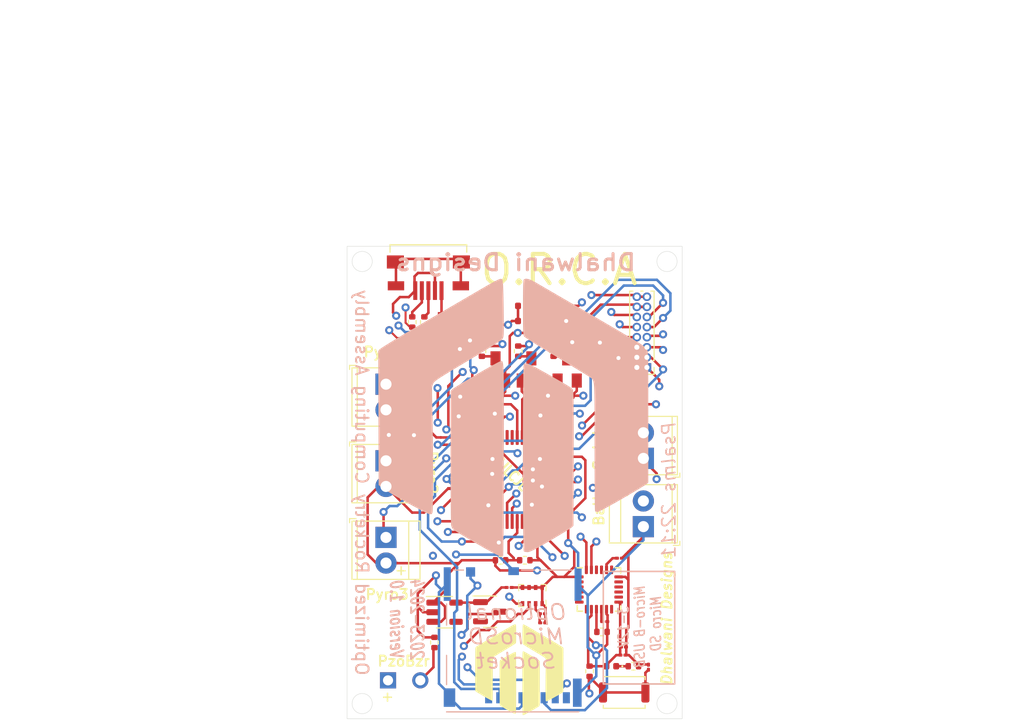
<source format=kicad_pcb>
(kicad_pcb (version 20221018) (generator pcbnew)
  (layers (0 "F.Cu" signal) (1 "In1.Cu" signal) (2 "In2.Cu" signal) (31 "B.Cu" signal) (34 "B.Paste" user) (35 "F.Paste" user) (36 "B.SilkS" user "B.Silkscreen") (37 "F.SilkS" user "F.Silkscreen") (38 "B.Mask" user) (39 "F.Mask" user) (44 "Edge.Cuts" user))
  (net 0 "")
  (net 1 "Net-(BluLED1-K)")
  (net 2 "3.3V")
  (net 3 "GND")
  (net 4 "Net-(U2-REGOUT)")
  (net 5 "Net-(U2-CPOUT)")
  (net 6 "Net-(Q1-D)")
  (net 7 "Net-(Pyro1-Pin_1)")
  (net 8 "Net-(Q2-D)")
  (net 9 "Net-(Pyro2-Pin_1)")
  (net 10 "Net-(Q3-D)")
  (net 11 "Net-(Pyro3-Pin_1)")
  (net 12 "3.3VOut")
  (net 14 "Net-(GrnLED1-K)")
  (net 15 "LED_BLU")
  (net 16 "Net-(RedLED1-K)")
  (net 17 "LED_RED")
  (net 19 "GPIO3")
  (net 20 "GPIO4")
  (net 23 "NRST")
  (net 24 "VDDA")
  (net 26 "GPIO1")
  (net 27 "GPIO2")
  (net 28 "SCK")
  (net 29 "MISO")
  (net 30 "MOSI")
  (net 31 "SD_CD")
  (net 32 "VBAT")
  (net 33 "BOOT1")
  (net 34 "SCL")
  (net 35 "SDA")
  (net 36 "RDYN")
  (net 37 "REQN")
  (net 39 "CS_Flash")
  (net 40 "BUZZ")
  (net 41 "UART_TX")
  (net 42 "UART_RX")
  (net 43 "USB_D-")
  (net 44 "USB_D+")
  (net 45 "SWDIO")
  (net 46 "SWCLK")
  (net 47 "CS_SD_Card")
  (net 48 "SW0")
  (net 49 "PY3")
  (net 50 "PY2")
  (net 51 "PY1")
  (net 52 "TVCX")
  (net 53 "BOOT0")
  (net 54 "TVCY")
  (net 55 "CHUTE")
  (net 56 "Net-(BZR1-+)")
  (net 57 "Net-(U2-AD0)")
  (net 72 "BATT+")
  (net 73 "VCC")
  (net 74 "Net-(U1-CSB)")
  (net 78 "Net-(D1-K)")
  (net 79 "Net-(USB1-ID)")
  (net 80 "Net-(USB1-D+)")
  (net 81 "unconnected-(USB1-SHIELD-PadSH1)")
  (footprint "Resistor_SMD:R_0402_1005Metric" (layer "F.Cu") (at 130.95 120.45 90)
    (fp_text reference "PZORES1" hide)
    (fp_text value "1Ω")
  )
  (footprint "Resistor_SMD:R_0402_1005Metric" (layer "F.Cu") (at 137.5 112.3)
    (fp_text reference "R5" hide)
    (fp_text value "4.2Ω")
  )
  (footprint "AO3400:SOT23" (layer "F.Cu") (at 137 93.4)
    (fp_text reference "Q1" hide)
    (fp_text value "AO3400A")
  )
  (footprint "MICROQTJ:SHOUHAN_MICROQTJ" (layer "F.Cu") (at 130.35 84.9025 180)
    (fp_text reference "USB1" hide)
    (fp_text value "MICROQTJ")
  )
  (footprint "LED_SMD:LED_0402_1005Metric" (layer "F.Cu") (at 139.715 87.1 180)
    (fp_text reference "BluLED1" hide)
    (fp_text value "LED2")
  )
  (footprint "Resistor_SMD:R_0402_1005Metric" (layer "F.Cu") (at 146.32 123.3 -90)
    (fp_text reference "R1" hide)
    (fp_text value "10kΩ\n")
  )
  (footprint "Capacitor_SMD:C_01005_0402Metric" (layer "F.Cu") (at 147.82 118.38)
    (fp_text reference "CAP2" hide)
    (fp_text value "0.1uF")
  )
  (footprint "Resistor_SMD:R_0402_1005Metric" (layer "F.Cu") (at 129.95 88.7 -90)
    (fp_text reference "R3" hide)
    (fp_text value "22Ω\n")
  )
  (footprint "TerminalBlock_TE-Connectivity:TerminalBlock_TE_282834-2_1x02_P2.54mm_Horizontal" (layer "F.Cu") (at 151.65 108.97 90)
    (fp_text reference "Battery1" hide)
    (fp_text value "Screw_Terminal_01x02")
  )
  (footprint "SOD3715X135N:SOD3715X135N" (layer "F.Cu") (at 131.65 90 -90)
    (fp_text reference "D1" hide)
    (fp_text value "B140HW-7")
  )
  (footprint "Button_Switch_SMD:SW_Push_SPST_NO_Alps_SKRK" (layer "F.Cu") (at 149.75 125.4)
    (fp_text reference "RSTSWTCH1" hide)
    (fp_text value "SW_MEC_5G")
  )
  (footprint "Resistor_SMD:R_0402_1005Metric" (layer "F.Cu") (at 147.55 119.4)
    (fp_text reference "RES1" hide)
    (fp_text value "4.7kΩ")
  )
  (footprint "Capacitor_SMD:C_01005_0402Metric" (layer "F.Cu") (at 149.625 121.7 180)
    (fp_text reference "CAP1" hide)
    (fp_text value "47uF")
  )
  (footprint "Resistor_SMD:R_0402_1005Metric" (layer "F.Cu") (at 142.75 91.59 90)
    (fp_text reference "CRNT-LMT-RS3" hide)
    (fp_text value "1Ω")
  )
  (footprint "Resistor_SMD:R_0402_1005Metric" (layer "F.Cu") (at 142.025 87.1)
    (fp_text reference "LEDRES2" hide)
    (fp_text value "27Ω")
  )
  (footprint "Resistor_SMD:R_0402_1005Metric" (layer "F.Cu") (at 139.9 112.3)
    (fp_text reference "R6" hide)
    (fp_text value "3Ω")
  )
  (footprint "TerminalBlock_TE-Connectivity:TerminalBlock_TE_282834-2_1x02_P2.54mm_Horizontal" (layer "F.Cu") (at 126.15 110.04 -90)
    (fp_text reference "Pyro3" hide)
    (fp_text value "Screw_Terminal_01x02")
  )
  (footprint "Capacitor_SMD:C_01005_0402Metric" (layer "F.Cu") (at 149.675 120.9 180)
    (fp_text reference "CAP9" hide)
    (fp_text value "47uF")
  )
  (footprint "LED_SMD:LED_0402_1005Metric" (layer "F.Cu") (at 139.715 88.6 180)
    (fp_text reference "RedLED1" hide)
    (fp_text value "LED3")
  )
  (footprint "Capacitor_SMD:C_01005_0402Metric" (layer "F.Cu") (at 141.65 117.6)
    (fp_text reference "CAP5" hide)
    (fp_text value "0.1uF")
  )
  (footprint "Package_LGA:Bosch_LGA-8_2x2.5mm_P0.65mm_ClockwisePinNumbering" (layer "F.Cu") (at 140.65 115.8 180)
    (fp_text reference "U1" hide)
    (fp_text value "BMP280")
  )
  (footprint "Resistor_SMD:R_0402_1005Metric" (layer "F.Cu") (at 139.25 91.59 90)
    (fp_text reference "CRNT-LMT-RS2" hide)
    (fp_text value "1Ω")
  )
  (footprint "Resistor_SMD:R_0402_1005Metric" (layer "F.Cu") (at 142.025 88.6)
    (fp_text reference "LEDRES3" hide)
    (fp_text value "27Ω")
  )
  (footprint "Resistor_SMD:R_0402_1005Metric" (layer "F.Cu") (at 140.54 96)
    (fp_text reference "PULL-DWN-RS2" hide)
    (fp_text value "470Ω")
  )
  (footprint "LED_SMD:LED_0402_1005Metric" (layer "F.Cu") (at 148.47 122.8 180)
    (fp_text reference "GrnLED1" hide)
    (fp_text value "LED1")
  )
  (footprint "Resistor_SMD:R_0402_1005Metric" (layer "F.Cu") (at 150.66 122.8)
    (fp_text reference "LEDRES1" hide)
    (fp_text value "51Ω")
  )
  (footprint "Resistor_SMD:R_0402_1005Metric" (layer "F.Cu") (at 128.75 88.7 -90)
    (fp_text reference "R2" hide)
    (fp_text value "22Ω\n")
  )
  (footprint "LOGO" (layer "F.Cu") (at 139.324887 123.474164)
    (fp_text reference "G***" hide)
    (fp_text value "LOGO" hide)
  )
  (footprint "AO3400:SOT23" (layer "F.Cu") (at 140.55 93.4)
    (fp_text reference "Q2" hide)
    (fp_text value "AO3400A")
  )
  (footprint "Capacitor_SMD:C_01005_0402Metric" (layer "F.Cu") (at 132.65 105.2)
    (fp_text reference "CAP6" hide)
    (fp_text value "10uF")
  )
  (footprint "AO3400:SOT23" (layer "F.Cu") (at 144.1 93.4)
    (fp_text reference "Q3" hide)
    (fp_text value "AO3400A")
  )
  (footprint "Capacitor_SMD:C_01005_0402Metric" (layer "F.Cu") (at 141.675 118.5)
    (fp_text reference "CAP4" hide)
    (fp_text value "0.1uF")
  )
  (footprint "Resistor_SMD:R_0402_1005Metric" (layer "F.Cu") (at 144.06 96)
    (fp_text reference "PULL-DWN-RS3" hide)
    (fp_text value "470Ω")
  )
  (footprint "Resistor_SMD:R_0402_1005Metric" (layer "F.Cu") (at 135.65 91.59 90)
    (fp_text reference "CRNT-LMT-RS1" hide)
    (fp_text value "1Ω")
  )
  (footprint "Sensor_Motion:InvenSense_QFN-24_4x4mm_P0.5mm" (layer "F.Cu") (at 147.25 115.2)
    (fp_text reference "U2" hide)
    (fp_text value "MPU-6050")
  )
  (footprint "Resistor_SMD:R_0402_1005Metric" (layer "F.Cu") (at 137.05 96)
    (fp_text reference "PULL-DWN-RS1" hide)
    (fp_text value "470Ω")
  )
  (footprint "Capacitor_SMD:C_01005_0402Metric" (layer "F.Cu") (at 152.15 122.9 90)
    (fp_text reference "RSTCAP1" hide)
    (fp_text value "0.1uF")
  )
  (footprint "Package_TO_SOT_SMD:SOT-23" (layer "F.Cu") (at 136.45 117.4)
    (fp_text reference "D2" hide)
    (fp_text value "BAT54C")
  )
  (footprint "Buzzer_Beeper:MagneticBuzzer_Kingstate_KCG0601" (layer "F.Cu") (at 126.35 124.2)
    (fp_text reference "BZR1" hide)
    (fp_text value "PiezoBuzzer" hide)
  )
  (footprint "TerminalBlock_TE-Connectivity:TerminalBlock_TE_282834-2_1x02_P2.54mm_Horizontal" (layer "F.Cu") (at 126.15 94.86 -90)
    (fp_text reference "Pyro1" hide)
    (fp_text value "Screw_Terminal_01x02")
  )
  (footprint "TerminalBlock_TE-Connectivity:TerminalBlock_TE_282834-2_1x02_P2.54mm_Horizontal" (layer "F.Cu") (at 151.65 102.21 90)
    (fp_text reference "Switch1" hide)
    (fp_text value "Screw_Terminal_01x02")
  )
  (footprint "TerminalBlock_TE-Connectivity:TerminalBlock_TE_282834-2_1x02_P2.54mm_Horizontal" (layer "F.Cu") (at 126.15 102.45 -90)
    (fp_text reference "Pyro2" hide)
    (fp_text value "Screw_Terminal_01x02")
  )
  (footprint "Package_TO_SOT_SMD:SOT-23-5" (layer "F.Cu") (at 131.95 117.45)
    (fp_text reference "U3" hide)
    (fp_text value "XC6210B332MR")
  )
  (footprint "Capacitor_SMD:C_01005_0402Metric" (layer "F.Cu") (at 138.35 115)
    (fp_text reference "CAP7" hide)
    (fp_text value "10uF")
  )
  (footprint "Connector_PinHeader_1.00mm:PinHeader_2x08_P1.00mm_Vertical" (layer "F.Cu") (at 152 93.2 180)
    (fp_text reference "J1" hide)
    (fp_text value "Pins_02x08_P1.27mm_TH")
  )
  (footprint "Package_QFP:LQFP-48_7x7mm_P0.5mm" (layer "F.Cu") (at 138.9 104.3)
    (fp_text reference "MICROCNTRL1" hide)
    (fp_text value "\nSTM32F103C8T6")
  )
  (footprint "Capacitor_SMD:C_01005_0402Metric" (layer "F.Cu") (at 149.275 112.1)
    (fp_text reference "CAP3" hide)
    (fp_text value "2.2e-2uF")
  )
  (footprint "Resistor_SMD:R_0402_1005Metric" (layer "F.Cu") (at 129.95 90.8 -90)
    (fp_text reference "R4" hide)
    (fp_text value "1.5kΩ\n")
  )
  (footprint "LOGO" (layer "B.Cu") (at 138.867498 99.16 180)
    (fp_text reference "G***" hide)
    (fp_text value "LOGO" hide)
  )
  (footprint "503398-1892:MOLEX_503398-1892" (layer "B.Cu") (at 138.7 120.3)
    (fp_text reference "MCRO1" hide)
    (fp_text value "Micro_SD_Card")
  )
  (gr_rect (start 147.68 113.41) (end 154.75 124.56) (stroke (width 0.1524)) (fill none) (layer "B.SilkS"))
  (gr_circle (center 153.99 82.7025) (end 153.99 83.7025) (stroke (width 0.0381)) (fill none) (layer "Edge.Cuts"))
  (gr_circle (center 123.79 82.7025) (end 124.79 82.7025) (stroke (width 0.0381)) (fill none) (layer "Edge.Cuts"))
  (gr_circle (center 123.79 126.5025) (end 124.79 126.5025) (stroke (width 0.0381)) (fill none) (layer "Edge.Cuts"))
  (gr_rect (start 122.29 81.2025) (end 155.49 128.0025) (stroke (width 0.0381)) (fill none) (layer "Edge.Cuts"))
  (gr_circle (center 153.99 126.5025) (end 153.99 125.5025) (stroke (width 0.0381)) (fill none) (layer "Edge.Cuts"))
  (gr_text "Psalms 22:11" (at 154.17 105.32 90) (layer "B.SilkS") (effects (font (size 1.3 1.3) (thickness 0.1625) italic) (justify mirror)))
  (gr_text "Optimized Rocketry Computing Assembly" (at 123.75 104.6 270) (layer "B.SilkS") (effects (font (size 1.24 1.24) (thickness 0.1905)) (justify mirror)))
  (gr_text "3-12V\nMicro-B USB\nMicro SD " (at 151.28 118.85 90) (layer "B.SilkS") (effects (font (size 1 0.8128) (thickness 0.153) bold italic) (justify mirror)))
  (gr_text "2023-2024\nVersion 1.0" (at 128.2 118.2 270) (layer "B.SilkS") (effects (font (size 1.25 0.9) (thickness 0.2) bold italic) (justify mirror)))
  (gr_text "Optional\nMicroSD\nSocket" (at 139.1 119.86) (layer "B.SilkS") (effects (font (size 1.5 1.6) (thickness 0.1875) italic) (justify mirror)))
  (gr_text "Dhalwani Designs" (at 139 82.8) (layer "B.SilkS") (effects (font (size 1.6 1.8) (thickness 0.3048) bold) (justify mirror)))
  (gr_text "+" (at 150.06 105.43) (layer "F.SilkS") (effects (font (size 1 1) (thickness 0.153))))
  (gr_text "O.R.C.A" (at 143.32 83.53) (layer "F.SilkS") (effects (font (size 2.9 2.9) (thickness 0.4))))
  (gr_text "Pyro3" (at 126.26 115.69) (layer "F.SilkS") (effects (font (size 1 1) (thickness 0.1905))))
  (gr_text "Batt" (at 147.24 107.35 90) (layer "F.SilkS") (effects (font (size 1 1) (thickness 0.1905))))
  (gr_text "PzoBzr" (at 127.9 122.3) (layer "F.SilkS") (effects (font (size 1 1) (thickness 0.1905))))
  (gr_text "Pyro1" (at 126.07 91.67) (layer "F.SilkS") (effects (font (size 1 1) (thickness 0.1905))))
  (gr_text "+" (at 127.65 113.27) (layer "F.SilkS") (effects (font (size 1 1) (thickness 0.153))))
  (gr_text "Pyro2" (at 130.71 103.61 -90) (layer "F.SilkS") (effects (font (size 1 1) (thickness 0.1905))))
  (gr_text "+" (at 150.08 98.65) (layer "F.SilkS") (effects (font (size 1 1) (thickness 0.153))))
  (gr_text "+" (at 127.63 105.79) (layer "F.SilkS") (effects (font (size 1 1) (thickness 0.153))))
  (gr_text "Dhalwani Designs" (at 153.97 118.07 90) (layer "F.SilkS") (effects (font (size 1 1) (thickness 0.2) bold italic)))
  (gr_text "Swtch" (at 147.21 101.19 90) (layer "F.SilkS") (effects (font (size 1 1) (thickness 0.1905))))
  (gr_text "JLCJLCJLCJLC" (at 135.6 101.6 315) (layer "F.SilkS") (effects (font (size 1 0.8128) (thickness 0.2032) bold) (justify left bottom)))
  (gr_text "+" (at 127.59 98.14) (layer "F.SilkS") (effects (font (size 1 1) (thickness 0.153))))
  (segment (start 140.2 87.1) (end 141.515 87.1) (width 0.25) (layer "F.Cu") (net 1))
  (segment (start 137.1575 117.63) (end 137.3875 117.4) (width 0.25) (layer "F.Cu") (net 2))
  (segment (start 137.549 101.549) (end 139.8 103.8) (width 0.25) (layer "F.Cu") (net 2))
  (segment (start 138.6255 88.6) (end 139.23 88.6) (width 0.25) (layer "F.Cu") (net 2))
  (segment (start 135.91 101.549) (end 134.7385 101.549) (width 0.25) (layer "F.Cu") (net 2))
  (segment (start 147.985 122.8) (end 146.33 122.8) (width 0.25) (layer "F.Cu") (net 2))
  (segment (start 147.985 122.675) (end 148.96 121.7) (width 0.25) (layer "F.Cu") (net 2))
  (segment (start 151 86.2) (end 152 86.2) (width 0.25) (layer "F.Cu") (net 2))
  (segment (start 135.91 101.549) (end 137.549 101.549) (width 0.25) (layer "F.Cu") (net 2))
  (segment (start 134.23 119.1045) (end 134.23 117.74) (width 0.25) (layer "F.Cu") (net 2))
  (segment (start 143.8555 111.87) (end 141.65 109.6645) (width 0.25) (layer "F.Cu") (net 2))
  (segment (start 139.23 87.1) (end 139.23 88.6) (width 0.25) (layer "F.Cu") (net 2))
  (segment (start 148.96 121.7) (end 149.35 121.7) (width 0.25) (layer "F.Cu") (net 2))
  (segment (start 146.5 117.78) (end 146.5 117.15) (width 0.25) (layer "F.Cu") (net 2))
  (segment (start 135.41 89.61) (end 132.09 89.61) (width 0.25) (layer "F.Cu") (net 2))
  (segment (start 146.18 122.65) (end 146.18 119.96) (width 0.25) (layer "F.Cu") (net 2))
  (segment (start 131.135 100.135) (end 129.95 98.95) (width 0.25) (layer "F.Cu") (net 2))
  (segment (start 138.25 88.9755) (end 138.6255 88.6) (width 0.25) (layer "F.Cu") (net 2))
  (segment (start 146.5 86.03) (end 150.83 86.03) (width 0.25) (layer "F.Cu") (net 2))
  (segment (start 131.9 89.8) (end 130.39 91.31) (width 0.25) (layer "F.Cu") (net 2))
  (segment (start 141.65 109.6645) (end 141.65 108.4625) (width 0.25) (layer "F.Cu") (net 2))
  (segment (start 134.34 117.63) (end 137.1575 117.63) (width 0.25) (layer "F.Cu") (net 2))
  (segment (start 138.25 88.9755) (end 136.0445 88.9755) (width 0.25) (layer "F.Cu") (net 2))
  (segment (start 146.95 120.72) (end 146.19 119.96) (width 0.25) (layer "F.Cu") (net 2))
  (segment (start 141.65 106.54) (end 139.8 104.69) (width 0.25) (layer "F.Cu") (net 2))
  (segment (start 149.35 116.6) (end 149.35 121.609315) (width 0.25) (layer "F.Cu") (net 2))
  (segment (start 133.6345 119.7) (end 134.23 119.1045) (width 0.25) (layer "F.Cu") (net 2))
  (segment (start 133.94 100.1375) (end 131.578305 100.1375) (width 0.25) (layer "F.Cu") (net 2))
  (segment (start 139.8 102.75) (end 141 101.55) (width 0.25) (layer "F.Cu") (net 2))
  (segment (start 139.8 103.8) (end 139.8 102.75) (width 0.25) (layer "F.Cu") (net 2))
  (segment (start 131.578305 100.1375) (end 131.575805 100.135) (width 0.25) (layer "F.Cu") (net 2))
  (segment (start 146.18 118.1) (end 146.5 117.78) (width 0.25) (layer "F.Cu") (net 2))
  (segment (start 131.65 91.68) (end 131.65 90.05) (width 0.25) (layer "F.Cu") (net 2))
  (segment (start 132.09 89.61) (end 131.9 89.8) (width 0.25) (layer "F.Cu") (net 2))
  (segment (start 131.575805 100.135) (end 131.135 100.135) (width 0.25) (layer "F.Cu") (net 2))
  (segment (start 136.0445 88.9755) (end 135.41 89.61) (width 0.25) (layer "F.Cu") (net 2))
  (segment (start 146.33 122.8) (end 146.18 122.65) (width 0.25) (layer "F.Cu") (net 2))
  (segment (start 131.65 90.05) (end 131.9 89.8) (width 0.25) (layer "F.Cu") (net 2))
  (segment (start 149.2 116.45) (end 149.35 116.6) (width 0.25) (layer "F.Cu") (net 2))
  (segment (start 141.65 108.4625) (end 141.65 106.54) (width 0.25) (layer "F.Cu") (net 2))
  (segment (start 136.15 100.138) (end 135.792 100.138) (width 0.25) (layer "F.Cu") (net 2))
  (segment (start 134.4985 100.1375) (end 135.91 101.549) (width 0.25) (layer "F.Cu") (net 2))
  (segment (start 143.062 101.55) (end 141 101.55) (width 0.25) (layer "F.Cu") (net 2))
  (segment (start 146.18 119.96) (end 146.18 118.1) (width 0.25) (layer "F.Cu") (net 2))
  (segment (start 136.15 100.1375) (end 133.94 100.1375) (width 0.25) (layer "F.Cu") (net 2))
  (segment (start 130.39 91.31) (end 129.95 91.31) (width 0.25) (layer "F.Cu") (net 2))
  (segment (start 146.19 119.96) (end 146.18 119.96) (width 0.25) (layer "F.Cu") (net 2))
  (segment (start 147.985 122.8) (end 147.985 122.675) (width 0.25) (layer "F.Cu") (net 2))
  (segment (start 139.8 104.69) (end 139.8 103.8) (width 0.25) (layer "F.Cu") (net 2))
  (segment (start 134.23 117.74) (end 134.34 117.63) (width 0.25) (layer "F.Cu") (net 2))
  (segment (start 150.83 86.03) (end 151 86.2) (width 0.25) (layer "F.Cu") (net 2))
  (segment (start 134.7385 101.549) (end 134.7375 101.55) (width 0.25) (layer "F.Cu") (net 2))
  (segment (start 129.95 98.95) (end 129.95 91.31) (width 0.25) (layer "F.Cu") (net 2))
  (via (at 133.6345 119.7) (size 0.8) (drill 0.4) (layers "F.Cu" "B.Cu") (net 2))
  (via (at 135.212299 114.812299) (size 0.8) (drill 0.4) (layers "F.Cu" "B.Cu") (net 2))
  (via (at 143.8555 111.87) (size 0.8) (drill 0.4) (layers "F.Cu" "B.Cu") (net 2))
  (via (at 146.95 120.72) (size 0.8) (drill 0.4) (layers "F.Cu" "B.Cu") (net 2))
  (via (at 138.25 88.9755) (size 0.8) (drill 0.4) (layers "F.Cu" "B.Cu") (net 2))
  (via (at 146.5 86.03) (size 0.8) (drill 0.4) (layers "F.Cu" "B.Cu") (net 2))
  (segment (start 148.04 124.965) (end 148.04 121.26) (width 0.25) (layer "B.Cu") (net 2))
  (segment (start 142.02 126.68) (end 142.03 126.68) (width 0.25) (layer "B.Cu") (net 2))
  (segment (start 134.2 115.824598) (end 135.212299 114.812299) (width 0.25) (layer "B.Cu") (net 2))
  (segment (start 141.82 125.925) (end 141.82 126.48) (width 0.25) (layer "B.Cu") (net 2))
  (segment (start 134.53 113.46) (end 134.53 114.13) (width 0.25) (layer "B.Cu") (net 2))
  (segment (start 134.53 114.13) (end 135.212299 114.812299) (width 0.25) (layer "B.Cu") (net 2))
  (segment (start 141.82 126.48) (end 142.02 126.68) (width 0.25) (layer "B.Cu") (net 2))
  (segment (start 142.03 126.68) (end 142.5 127.15) (width 0.25) (layer "B.Cu") (net 2))
  (segment (start 148.04 121.26) (end 147.5 120.72) (width 0.25) (layer "B.Cu") (net 2))
  (segment (start 134.2 119.1345) (end 134.2 115.824598) (width 0.25) (layer "B.Cu") (net 2))
  (segment (start 133.6345 119.7) (end 134.2 119.1345) (width 0.25) (layer "B.Cu") (net 2))
  (segment (start 147.5 120.72) (end 146.95 120.72) (width 0.25) (layer "B.Cu") (net 2))
  (segment (start 145.855 127.15) (end 148.04 124.965) (width 0.25) (layer "B.Cu") (net 2))
  (segment (start 142.5 127.15) (end 145.855 127.15) (width 0.25) (layer "B.Cu") (net 2))
  (segment (start 135.540685 105.05) (end 134.7375 105.05) (width 0.25) (layer "F.Cu") (net 3))
  (segment (start 141.15 112.01) (end 141.15 108.4625) (width 0.25) (layer "F.Cu") (net 3))
  (segment (start 145.55 102.05) (end 143.0625 102.05) (width 0.25) (layer "F.Cu") (net 3))
  (segment (start 142.675 113.95) (end 141.625 115) (width 0.25) (layer "F.Cu") (net 3))
  (segment (start 150.16 111.48) (end 150.1525 111.4725) (width 0.25) (layer "F.Cu") (net 3))
  (segment (start 151.65 108.97) (end 151.65 109.975) (width 0.25) (layer "F.Cu") (net 3))
  (segment (start 128.979 85.6585) (end 128.979 84.181) (width 0.25) (layer "F.Cu") (net 3))
  (segment (start 145.9 106.15) (end 145.9 102.4) (width 0.25) (layer "F.Cu") (net 3))
  (segment (start 149.87 113.95) (end 150.16 114.24) (width 0.25) (layer "F.Cu") (net 3))
  (segment (start 138.4255 98.07498) (end 137.909335 98.07498) (width 0.25) (layer "F.Cu") (net 3))
  (segment (start 136.67 103.75) (end 136.67 103.92) (width 0.25) (layer "F.Cu") (net 3))
  (segment (start 137.95 93.52) (end 138.4105 93.0595) (width 0.25) (layer "F.Cu") (net 3))
  (segment (start 133.63 105.05) (end 133.48 105.2) (width 0.25) (layer "F.Cu") (net 3))
  (segment (start 151.65 109.975) (end 149.9125 111.7125) (width 0.25) (layer "F.Cu") (net 3))
  (segment (start 137.56 96) (end 138.95 96) (width 0.25) (layer "F.Cu") (net 3))
  (segment (start 145.9 102.4) (end 145.55 102.05) (width 0.25) (layer "F.Cu") (net 3))
  (segment (start 151 87.2) (end 152 87.2) (width 0.25) (layer "F.Cu") (net 3))
  (segment (start 151.345 122.625) (end 152.15 122.625) (width 0.25) (layer "F.Cu") (net 3))
  (segment (start 137.95 95.61) (end 137.95 94.5) (width 0.25) (layer "F.Cu") (net 3))
  (segment (start 130.76 83.84) (end 131 84.08) (width 0.25) (layer "F.Cu") (net 3))
  (segment (start 151.17 122.66) (end 150.21 121.7) (width 0.25) (layer "F.Cu") (net 3))
  (segment (start 137.909335 98.07498) (end 136.65 99.334315) (width 0.25) (layer "F.Cu") (net 3))
  (segment (start 144.57 96) (end 145.05 95.52) (width 0.25) (layer "F.Cu") (net 3))
  (segment (start 144.62 89.78) (end 147.4205 86.9795) (width 0.25) (layer "F.Cu") (net 3))
  (segment (start 142.2 96) (end 141.05 96) (width 0.25) (layer "F.Cu") (net 3))
  (segment (start 143.11 113.95) (end 141.46 112.3) (width 0.25) (layer "F.Cu") (net 3))
  (segment (start 135.980685 104.609315) (end 135.980685 104.61) (width 0.25) (layer "F.Cu") (net 3))
  (segment (start 148.06 120.639318) (end 148.06 119.4) (width 0.25) (layer "F.Cu") (net 3))
  (segment (start 144.2 107.85) (end 145.9 106.15) (width 0.25) (layer "F.Cu") (net 3))
  (segment (start 149.95 119.2) (end 150.16 118.99) (width 0.25) (layer "F.Cu") (net 3))
  (segment (start 133.48 105.2) (end 132.925 105.2) (width 0.25) (layer "F.Cu") (net 3))
  (segment (start 143.0625 102.05) (end 141.6245 102.05) (width 0.25) (layer "F.Cu") (net 3))
  (segment (start 130.8125 117.45) (end 129.82 117.45) (width 0.25) (layer "F.Cu") (net 3))
  (segment (start 134.7375 105.05) (end 133.63 105.05) (width 0.25) (layer "F.Cu") (net 3))
  (segment (start 137.95 94.5) (end 137.95 93.52) (width 0.25) (layer "F.Cu") (net 3))
  (segment (start 140.975 115) (end 140.325 115) (width 0.25) (layer "F.Cu") (net 3))
  (segment (start 136.65 99.334315) (end 136.65 100.1375) (width 0.25) (layer "F.Cu") (net 3))
  (segment (start 137.56 96) (end 137.95 95.61) (width 0.25) (layer "F.Cu") (net 3))
  (segment (start 126.85 86.91) (end 127.53 86.23) (width 0.25) (layer "F.Cu") (net 3))
  (segment (start 129.3 116.93) (end 129.3 116.4) (width 0.25) (layer "F.Cu") (net 3))
  (segment (start 127.53 86.23) (end 128.4075 86.23) (width 0.25) (layer "F.Cu") (net 3))
  (segment (start 141.95 116.925) (end 141.95 118.5) (width 0.25) (layer "F.Cu") (net 3))
  (segment (start 144.8 111.2) (end 144.8 112.95) (width 0.25) (layer "F.Cu") (net 3))
  (segment (start 141.625 116.6) (end 141.95 116.925) (width 0.25) (layer "F.Cu") (net 3))
  (segment (start 138.4105 93.0595) (end 138.4105 90.0995) (width 0.25) (layer "F.Cu") (net 3))
  (segment (start 126.85 87.77) (end 126.85 86.91) (width 0.25) (layer "F.Cu") (net 3))
  (segment (start 148 117.640685) (end 148 117.15) (width 0.25) (layer "F.Cu") (net 3))
  (segment (start 127.16 88.08) (end 126.85 87.77) (width 0.25) (layer "F.Cu") (net 3))
  (segment (start 140.325 115) (end 139.675 115) (width 0.25) (layer "F.Cu") (net 3))
  (segment (start 139.2 89.78) (end 144.62 89.78) (width 0.25) (layer "F.Cu") (net 3))
  (segment (start 150.21 121.7) (end 149.9 121.7) (width 0.25) (layer "F.Cu") (net 3))
  (segment (start 150.7795 86.9795) (end 151 87.2) (width 0.25) (layer "F.Cu") (net 3))
  (segment (start 129.94 119.94) (end 129.3 119.3) (width 0.25) (layer "F.Cu") (net 3))
  (segment (start 129.3 115.6) (end 131.1 113.8) (width 0.25) (layer "F.Cu") (net 3))
  (segment (start 141.625 116.6) (end 141.625 115) (width 0.25) (layer "F.Cu") (net 3))
  (segment (start 150.16 118.99) (end 150.16 111.48) (width 0.25) (layer "F.Cu") (net 3))
  (segment (start 151.17 122.8) (end 151.345 122.625) (width 0.25) (layer "F.Cu") (net 3))
  (segment (start 129.82 117.45) (end 129.3 116.93) (width 0.25) (layer "F.Cu") (net 3))
  (segment (start 135.980685 104.61) (end 135.540685 105.05) (width 0.25) (layer "F.Cu") (net 3))
  (segment (start 128.979 84.181) (end 129.32 83.84) (width 0.25) (layer "F.Cu") (net 3))
  (segment (start 138.73 89.78) (end 139.2 89.78) (width 0.25) (layer "F.Cu") (net 3))
  (segment (start 143.8 113.95) (end 142.675 113.95) (width 0.25) (layer "F.Cu") (net 3))
  (segment (start 145.05 95.52) (end 145.05 94.5) (width 0.25) (layer "F.Cu") (net 3))
  (segment (start 148.1 117.740685) (end 148 117.640685) (width 0.25) (layer "F.Cu") (net 3))
  (segment (start 152 87.2) (end 151 87.2) (width 0.25) (layer "F.Cu") (net 3))
  (segment (start 148.1 119.36) (end 148.1 117.740685) (width 0.25) (layer "F.Cu") (net 3))
  (segment (start 141.05 96) (end 141.5 95.55) (width 0.25) (layer "F.Cu") (net 3))
  (segment (start 138.4105 90.0995) (end 138.73 89.78) (width 0.25) (layer "F.Cu") (net 3))
  (segment (start 149.9125 111.7125) (end 149.55 112.075) (width 0.25) (layer "F.Cu") (net 3))
  (segment (start 144.2 110.6) (end 144.2 107.85) (width 0.25) (layer "F.Cu") (net 3))
  (segment (start 144.57 96) (end 145.7 96) (width 0.25) (layer "F.Cu") (net 3))
  (segment (start 147.4205 86.9795) (end 150.7795 86.9795) (width 0.25) (layer "F.Cu") (net 3))
  (segment (start 130.95 119.94) (end 129.94 119.94) (width 0.25) (layer "F.Cu") (net 3))
  (segment (start 129.32 83.84) (end 130.76 83.84) (width 0.25) (layer "F.Cu") (net 3))
  (segment (start 141.46 112.3) (end 140.41 112.3) (width 0.25) (layer "F.Cu") (net 3))
  (segment (start 129.3 119.3) (end 129.3 116.9) (width 0.25) (layer "F.Cu") (net 3))
  (segment (start 149.2 113.95) (end 149.87 113.95) (width 0.25) (layer "F.Cu") (net 3))
  (segment (start 128.4075 86.23) (end 129.05 85.5875) (width 0.25) (layer "F.Cu") (net 3))
  (segment (start 141.46 112.3) (end 141.46 112.32) (width 0.25) (layer "F.Cu") (net 3))
  (segment (start 145.3 113.95) (end 143.8 113.95) (width 0.25) (layer "F.Cu") (net 3))
  (segment (start 146.980274 121.719044) (end 148.06 120.639318) (width 0.25) (layer "F.Cu") (net 3))
  (segment (start 141.46 112.32) (end 141.15 112.01) (width 0.25) (layer "F.Cu") (net 3))
  (segment (start 144.8 112.95) (end 143.8 113.95) (width 0.25) (layer "F.Cu") (net 3))
  (segment (start 141.6245 102.05) (end 141.4 102.2745) (width 0.25) (layer "F.Cu") (net 3))
  (segment (start 141.5 95.55) (end 141.5 94.5) (width 0.25) (layer "F.Cu") (net 3))
  (segment (start 141.625 115) (end 140.975 115) (width 0.25) (layer "F.Cu") (net 3))
  (segment (start 139.675 115) (end 138.625 115) (width 0.25) (layer "F.Cu") (net 3))
  (segment (start 136.67 103.92) (end 135.980685 104.609315) (width 0.25) (layer "F.Cu") (net 3))
  (segment (start 149.95 121.58) (end 149.95 119.2) (width 0.25) (layer "F.Cu") (net 3))
  (segment (start 151.17 122.8) (end 151.17 122.66) (width 0.25) (layer "F.Cu") (net 3))
  (segment (start 131 84.08) (end 131 85.5875) (width 0.25) (layer "F.Cu") (net 3))
  (segment (start 129.3 116.9) (end 129.3 115.6) (width 0.25) (layer "F.Cu") (net 3))
  (segment (start 144.2 110.6) (end 144.8 111.2) (width 0.25) (layer "F.Cu") (net 3))
  (via (at 139.2 89.78) (size 0.8) (drill 0.4) (layers "F.Cu" "B.Cu") (net 3))
  (via (at 144.2 110.6) (size 0.8) (drill 0.4) (layers "F.Cu" "B.Cu") (net 3))
  (via (at 127.16 88.08) (size 0.8) (drill 0.4) (layers "F.Cu" "B.Cu") (net 3))
  (via (at 131.1 113.8) (size 0.8) (drill 0.4) (layers "F.Cu" "B.Cu") (net 3))
  (via (at 141.4 102.2745) (size 0.8) (drill 0.4) (layers "F.Cu" "B.Cu") (net 3))
  (via (at 142.2 96) (size 0.8) (drill 0.4) (layers "F.Cu" "B.Cu") (net 3))
  (via (at 138.4255 98.07498) (size 0.8) (drill 0.4) (layers "F.Cu" "B.Cu") (net 3))
  (via (at 146.980274 121.719044) (size 0.8) (drill 0.4) (layers "F.Cu" "B.Cu") (net 3))
  (via (at 136.67 103.75) (size 0.8) (drill 0.4) (layers "F.Cu" "B.Cu") (net 3))
  (via (at 138.95 96) (size 0.8) (drill 0.4) (layers "F.Cu" "B.Cu") (net 3))
  (via (at 145.7 96) (size 0.8) (drill 0.4) (layers "F.Cu" "B.Cu") (net 3))
  (segment (start 131.66 115.22) (end 131.1 114.66) (width 0.25) (layer "B.Cu") (net 3))
  (segment (start 139.62 126.72) (end 139.34 127) (width 0.25) (layer "B.Cu") (net 3))
  (segment (start 146.24 115.72) (end 151.65 110.31) (width 0.25) (layer "B.Cu") (net 3))
  (segment (start 146.13 115.83) (end 146.24 115.72) (width 0.25) (layer "B.Cu") (net 3))
  (segment (start 146.923739 121.719044) (end 146.13 120.925305) (width 0.25) (layer "B.Cu") (net 3))
  (segment (start 146.980274 123.794421) (end 146.980274 121.719044) (width 0.25) (layer "B.Cu") (net 3))
  (segment (start 131.1 114.66) (end 131.1 113.8) (width 0.25) (layer "B.Cu") (net 3))
  (segment (start 144.2 110.6) (end 145.18 111.58) (width 0.25) (layer "B.Cu") (net 3))
  (segment (start 131.4 124.525) (end 131.4 115.48) (width 0.25) (layer "B.Cu") (net 3))
  (segment (start 145.18 111.58) (end 145.18 114.66) (width 0.25) (layer "B.Cu") (net 3))
  (segment (start 146.13 120.925305) (end 146.13 115.83) (width 0.25) (layer "B.Cu") (net 3))
  (segment (start 139.34 127) (end 133.53 127) (width 0.25) (layer "B.Cu") (net 3))
  (segment (start 133.53 127) (end 132.44 125.91) (width 0.25) (layer "B.Cu") (net 3))
  (segment (start 145.274695 125.5) (end 146.980274 123.794421) (width 0.25) (layer "B.Cu") (net 3))
  (segment (start 127.16 88.08) (end 127.255 87.985) (width 0.25) (layer "B.Cu") (net 3))
  (segment (start 151.65 110.31) (end 151.65 108.97) (width 0.25) (layer "B.Cu") (net 3))
  (segment (start 131.4 115.48) (end 131.66 115.22) (width 0.25) (layer "B.Cu") (net 3))
  (segment (start 145.18 114.79) (end 145.18 114.66) (width 0.25) (layer "B.Cu") (net 3))
  (segment (start 131.1 113.8) (end 131.36 113.8) (width 0.25) (layer "B.Cu") (net 3))
  (segment (start 131.66 115.22) (end 132.22 114.66) (width 0.25) (layer "B.Cu") (net 3))
  (segment (start 146.24 115.72) (end 146.11 115.72) (width 0.25) (layer "B.Cu") (net 3))
  (segment (start 132.44 125.565) (end 131.4 124.525) (width 0.25) (layer "B.Cu") (net 3))
  (segment (start 139.62 125.925) (end 139.62 126.72) (width 0.25) (layer "B.Cu") (net 3))
  (segment (start 146.11 115.72) (end 145.18 114.79) (width 0.25) (layer "B.Cu") (net 3))
  (segment (start 132.44 125.91) (end 132.44 125.565) (width 0.25) (layer "B.Cu") (net 3))
  (segment (start 147.49 118.325) (end 147.5 118.335) (width 0.25) (layer "F.Cu") (net 4))
  (segment (start 147.5 117.15) (end 147.49 117.16) (width 0.25) (layer "F.Cu") (net 4))
  (segment (start 147.49 117.16) (end 147.49 118.325) (width 0.25) (layer "F.Cu") (net 4))
  (segment (start 148 112.7) (end 148.6 112.1) (width 0.25) (layer "F.Cu") (net 5))
  (segment (start 148.6 112.1) (end 149 112.1) (width 0.25) (layer "F.Cu") (net 5))
  (segment (start 148 113.25) (end 148 112.7) (width 0.25) (layer "F.Cu") (net 5))
  (segment (start 136.8 92.1) (end 137 92.3) (width 0.25) (layer "F.Cu") (net 6))
  (segment (start 135.65 92.1) (end 136.8 92.1) (width 0.25) (layer "F.Cu") (net 6))
  (segment (start 127.3905 89.052559) (end 127.107254 89.052559) (width 0.25) (layer "F.Cu") (net 7))
  (segment (start 137.6855 90.89) (end 137.4955 91.08) (width 0.25) (layer "F.Cu") (net 7))
  (segment (start 137.4955 91.08) (end 135.65 91.08) (width 0.25) (layer "F.Cu") (net 7))
  (via (at 137.6855 90.89) (size 0.8) (drill 0.4) (layers "F.Cu" "B.Cu") (net 7))
  (via (at 127.3905 89.052559) (size 0.8) (drill 0.4) (layers "F.Cu" "B.Cu") (net 7))
  (segment (start 137.6855 90.89) (end 136.4955 89.7) (width 0.25) (layer "B.Cu") (net 7))
  (segment (start 136.4955 89.7) (end 128.037941 89.7) (width 0.25) (layer "B.Cu") (net 7))
  (segment (start 128.037941 89.7) (end 127.3905 89.052559) (width 0.25) (layer "B.Cu") (net 7))
  (segment (start 140.35 92.1) (end 140.55 92.3) (width 0.25) (layer "F.Cu") (net 8))
  (segment (start 139.25 92.1) (end 140.35 92.1) (width 0.25) (layer "F.Cu") (net 8))
  (segment (start 140.14 91.08) (end 139.25 91.08) (width 0.25) (layer "F.Cu") (net 9))
  (segment (start 140.32 90.9) (end 140.14 91.08) (width 0.25) (layer "F.Cu") (net 9))
  (segment (start 126.43 99.89) (end 126.43 102.17) (width 0.25) (layer "F.Cu") (net 9))
  (via (at 126.43 99.89) (size 0.8) (drill 0.4) (layers "F.Cu" "B.Cu") (net 9))
  (via (at 140.32 90.9) (size 0.8) (drill 0.4) (layers "F.Cu" "B.Cu") (net 9))
  (segment (start 130.03 100.45) (end 129.48 101) (width 0.25) (layer "B.Cu") (net 9))
  (segment (start 134.249695 94.325) (end 130.03 98.544695) (width 0.25) (layer "B.Cu") (net 9))
  (segment (start 140.32 90.9) (end 140.32 91.08) (width 0.25) (layer "B.Cu") (net 9))
  (segment (start 130.03 98.544695) (end 130.03 100.45) (width 0.25) (layer "B.Cu") (net 9))
  (segment (start 137.075 94.325) (end 134.249695 94.325) (width 0.25) (layer "B.Cu") (net 9))
  (segment (start 127.54 101) (end 126.43 99.89) (width 0.25) (layer "B.Cu") (net 9))
  (segment (start 129.48 101) (end 127.54 101) (width 0.25) (layer "B.Cu") (net 9))
  (segment (start 140.32 91.08) (end 137.075 94.325) (width 0.25) (layer "B.Cu") (net 9))
  (segment (start 142.75 92.1) (end 143.9 92.1) (width 0.25) (layer "F.Cu") (net 10))
  (segment (start 143.9 92.1) (end 144.1 92.3) (width 0.25) (layer "F.Cu") (net 10))
  (segment (start 125.91 107.52) (end 125.91 109.8) (width 0.25) (layer "F.Cu") (net 11))
  (segment (start 125.91 109.8) (end 126.15 110.04) (width 0.25) (layer "F.Cu") (net 11))
  (segment (start 144.22 91.08) (end 142.75 91.08) (width 0.25) (layer "F.Cu") (net 11))
  (segment (start 144.6 90.7) (end 144.22 91.08) (width 0.25) (layer "F.Cu") (net 11))
  (via (at 144.6 90.7) (size 0.8) (drill 0.4) (layers "F.Cu" "B.Cu") (net 11))
  (via (at 125.91 107.52) (size 0.8) (drill 0.4) (layers "F.Cu" "B.Cu") (net 11))
  (segment (start 128.69 105.51) (end 127.27 106.93) (width 0.25) (layer "B.Cu") (net 11))
  (segment (start 142.55 90.75) (end 128.69 104.61) (width 0.25) (layer "B.Cu") (net 11))
  (segment (start 144.55 90.75) (end 142.55 90.75) (width 0.25) (layer "B.Cu") (net 11))
  (segment (start 128.69 104.61) (end 128.69 105.51) (width 0.25) (layer "B.Cu") (net 11))
  (segment (start 144.6 90.7) (end 144.55 90.75) (width 0.25) (layer "B.Cu") (net 11))
  (segment (start 127.27 106.93) (end 126.5 106.93) (width 0.25) (layer "B.Cu") (net 11))
  (segment (start 126.5 106.93) (end 125.91 107.52) (width 0.25) (layer "B.Cu") (net 11))
  (segment (start 133.088 116.5) (end 136.09 116.5) (width 0.25) (layer "F.Cu") (net 12))
  (segment (start 137.59 115) (end 138.075 115) (width 0.25) (layer "F.Cu") (net 12))
  (segment (start 136.09 116.5) (end 137.59 115) (width 0.25) (layer "F.Cu") (net 12))
  (segment (start 148.955 122.8) (end 150.15 122.8) (width 0.25) (layer "F.Cu") (net 14))
  (segment (start 131.24 108.44) (end 133.3475 108.44) (width 0.25) (layer "F.Cu") (net 15))
  (segment (start 134.7 93.61) (end 134.7 96.705) (width 0.25) (layer "F.Cu") (net 15))
  (segment (start 133.3475 108.44) (end 134.7375 107.05) (width 0.25) (layer "F.Cu") (net 15))
  (segment (start 142.535 87.1) (end 145.21 87.1) (width 0.25) (layer "F.Cu") (net 15))
  (segment (start 145.21 87.1) (end 145.56 86.75) (width 0.25) (layer "F.Cu") (net 15))
  (segment (start 133.360378 98.044622) (end 133.355378 98.044622) (width 0.25) (layer "F.Cu") (net 15))
  (segment (start 134.7 96.705) (end 133.360378 98.044622) (width 0.25) (layer "F.Cu") (net 15))
  (segment (start 134.842701 93.467299) (end 134.7 93.61) (width 0.25) (layer "F.Cu") (net 15))
  (via (at 133.355378 98.044622) (size 0.8) (drill 0.4) (layers "F.Cu" "B.Cu") (net 15))
  (via (at 134.47 90.5245) (size 0.8) (drill 0.4) (layers "F.Cu" "B.Cu") (net 15))
  (via (at 134.842701 93.467299) (size 0.8) (drill 0.4) (layers "F.Cu" "B.Cu") (net 15))
  (via (at 145.56 86.75) (size 0.8) (drill 0.4) (layers "F.Cu" "B.Cu") (net 15))
  (via (at 131.24 108.44) (size 0.8) (drill 0.4) (layers "F.Cu" "B.Cu") (net 15))
  (segment (start 134.842701 93.467299) (end 134.5 93.124598) (width 0.25) (layer "B.Cu") (net 15))
  (segment (start 134.5 90.5545) (end 134.47 90.5245) (width 0.25) (layer "B.Cu") (net 15))
  (segment (start 134.5 93.124598) (end 134.5 90.5545) (width 0.25) (layer "B.Cu") (net 15))
  (segment (start 140.2 88.6) (end 141.515 88.6) (width 0.25) (layer "F.Cu") (net 16))
  (segment (start 131.6 107.34) (end 131.6 107.29) (width 0.25) (layer "F.Cu") (net 17))
  (segment (start 132.33 99.145402) (end 132.126201 99.349201) (width 0.25) (layer "F.Cu") (net 17))
  (segment (start 131.6 107.29) (end 132.84 106.05) (width 0.25) (layer "F.Cu") (net 17))
  (segment (start 133.75 93.65) (end 133.72 93.65) (width 0.25) (layer "F.Cu") (net 17))
  (segment (start 132.84 106.05) (end 134.7375 106.05) (width 0.25) (layer "F.Cu") (net 17))
  (segment (start 132.33 95.04) (end 132.33 99.145402) (width 0.25) (layer "F.Cu") (net 17))
  (segment (start 133.72 93.65) (end 132.33 95.04) (width 0.25) (layer "F.Cu") (net 17))
  (segment (start 144 88.6) (end 142.535 88.6) (width 0.25) (layer "F.Cu") (net 17))
  (via (at 144 88.6) (size 0.8) (drill 0.4) (layers "F.Cu" "B.Cu") (net 17))
  (via (at 133.75 93.65) (size 0.8) (drill 0.4) (layers "F.Cu" "B.Cu") (net 17))
  (via (at 132.126201 99.349201) (size 0.8) (drill 0.4) (layers "F.Cu" "B.Cu") (net 17))
  (via (at 131.6 107.34) (size 0.8) (drill 0.4) (layers "F.Cu" "B.Cu") (net 17))
  (segment (start 149.3 88.9245) (end 149.5755 89.2) (width 0.25) (layer "F.Cu") (net 19))
  (segment (start 149.5755 89.2) (end 151 89.2) (width 0.25) (layer "F.Cu") (net 19))
  (segment (start 136.424 102.55) (end 136.7 102.274) (width 0.25) (layer "F.Cu") (net 19))
  (segment (start 134.738 102.55) (end 136.424 102.55) (width 0.25) (layer "F.Cu") (net 19))
  (via (at 136.7 102.274) (size 0.8) (drill 0.4) (layers "F.Cu" "B.Cu") (net 19))
  (via (at 149.3 88.9245) (size 0.8) (drill 0.4) (layers "F.Cu" "B.Cu") (net 19))
  (via (at 133.5 96.1) (size 0.8) (drill 0.4) (layers "F.Cu" "B.Cu") (net 19))
  (segment (start 131.2755 100.86) (end 132.61 100.86) (width 0.25) (layer "F.Cu") (net 20))
  (segment (start 152.7 89.2) (end 152 89.2) (width 0.25) (layer "F.Cu") (net 20))
  (segment (start 133.38 101.63) (end 133.38 102.495685) (width 0.25) (layer "F.Cu") (net 20))
  (segment (start 133.38 102.495685) (end 133.934315 103.05) (width 0.25) (layer "F.Cu") (net 20))
  (segment (start 153.6 88.3) (end 152.7 89.2) (width 0.25) (layer "F.Cu") (net 20))
  (segment (start 133.934315 103.05) (end 134.7375 103.05) (width 0.25) (layer "F.Cu") (net 20))
  (segment (start 132.61 100.86) (end 133.38 101.63) (width 0.25) (layer "F.Cu") (net 20))
  (via (at 153.6 88.3) (size 0.8) (drill 0.4) (layers "F.Cu" "B.Cu") (net 20))
  (via (at 131.2755 100.86) (size 0.8) (drill 0.4) (layers "F.Cu" "B.Cu") (net 20))
  (segment (start 149.105305 84.52) (end 143.325305 90.3) (width 0.25) (layer "B.Cu") (net 20))
  (segment (start 153.6 88.3) (end 154.325 87.575) (width 0.25) (layer "B.Cu") (net 20))
  (segment (start 152.99 84.52) (end 149.105305 84.52) (width 0.25) (layer "B.Cu") (net 20))
  (segment (start 154.325 87.575) (end 154.325 85.855) (width 0.25) (layer "B.Cu") (net 20))
  (segment (start 131.64 100.86) (end 131.2755 100.86) (width 0.25) (layer "B.Cu") (net 20))
  (segment (start 154.325 85.855) (end 152.99 84.52) (width 0.25) (layer "B.Cu") (net 20))
  (segment (start 142.2 90.3) (end 131.64 100.86) (width 0.25) (layer "B.Cu") (net 20))
  (segment (start 143.325305 90.3) (end 142.2 90.3) (width 0.25) (layer "B.Cu") (net 20))
  (segment (start 152.125 123.175) (end 152.15 123.175) (width 0.25) (layer "F.Cu") (net 23))
  (segment (start 147.65 125.4) (end 147.65 125.21) (width 0.25) (layer "F.Cu") (net 23))
  (segment (start 147.65 125.21) (end 146.25 123.81) (width 0.25) (layer "F.Cu") (net 23))
  (segment (start 146.25 123.81) (end 146.25 125.45) (width 0.25) (layer "F.Cu") (net 23))
  (segment (start 132.152299 104.252299) (end 132.45 104.55) (width 0.25) (layer "F.Cu") (net 23))
  (segment (start 151.85 125.4) (end 147.65 125.4) (width 0.25) (layer "F.Cu") (net 23))
  (segment (start 147.88 90.2) (end 151 90.2) (width 0.25) (layer "F.Cu") (net 23))
  (segment (start 132.45 104.55) (end 134.7375 104.55) (width 0.25) (layer "F.Cu") (net 23))
  (segment (start 151.85 123.45) (end 152.125 123.175) (width 0.25) (layer "F.Cu") (net 23))
  (segment (start 151.85 125.4) (end 151.85 123.45) (width 0.25) (layer "F.Cu") (net 23))
  (segment (start 147.34 90.74) (end 147.88 90.2) (width 0.25) (layer "F.Cu") (net 23))
  (via (at 132.152299 104.252299) (size 0.8) (drill 0.4) (layers "F.Cu" "B.Cu") (net 23))
  (via (at 147.34 90.74) (size 0.8) (drill 0.4) (layers "F.Cu" "B.Cu") (net 23))
  (via (at 139.173793 101.7005) (size 0.8) (drill 0.4) (layers "F.Cu" "B.Cu") (net 23))
  (via (at 146.3 125.5) (size 0.8) (drill 0.4) (layers "F.Cu" "B.Cu") (net 23))
  (via (at 145.557299 108.052701) (size 0.8) (drill 0.4) (layers "F.Cu" "B.Cu") (net 23))
  (segment (start 132.69 105.34) (end 134.931802 107.581802) (width 0.25) (layer "B.Cu") (net 23))
  (segment (start 138.993293 101.52) (end 134.884598 101.52) (width 0.25) (layer "B.Cu") (net 23))
  (segment (start 145.0864 107.581802) (end 145.557299 108.052701) (width 0.25) (layer "B.Cu") (net 23))
  (segment (start 132.152299 104.252299) (end 132.69 104.79) (width 0.25) (layer "B.Cu") (net 23))
  (segment (start 134.931802 107.581802) (end 145.0864 107.581802) (width 0.25) (layer "B.Cu") (net 23))
  (segment (start 139.173793 101.7005) (end 138.993293 101.52) (width 0.25) (layer "B.Cu") (net 23))
  (segment (start 132.69 104.79) (end 132.69 105.34) (width 0.25) (layer "B.Cu") (net 23))
  (segment (start 134.884598 101.52) (end 132.152299 104.252299) (width 0.25) (layer "B.Cu") (net 23))
  (segment (start 148.7655 88) (end 150.8 88) (width 0.25) (layer "F.Cu") (net 26))
  (segment (start 131.28 95.264622) (end 131.28 98.6655) (width 0.25) (layer "F.Cu") (net 26))
  (segment (start 132.28 109.5) (end 134.24 109.5) (width 0.25) (layer "F.Cu") (net 26))
  (segment (start 135.2775 108.4625) (end 136.15 108.4625) (width 0.25) (layer "F.Cu") (net 26))
  (segment (start 131.255378 95.24) (end 131.28 95.264622) (width 0.25) (layer "F.Cu") (net 26))
  (segment (start 134.24 109.5) (end 135.2775 108.4625) (width 0.25) (layer "F.Cu") (net 26))
  (segment (start 131.28 98.6655) (end 131.2755 98.67) (width 0.25) (layer "F.Cu") (net 26))
  (segment (start 148.47 87.7045) (end 148.7655 88) (width 0.25) (layer "F.Cu") (net 26))
  (segment (start 150.8 88) (end 151 88.2) (width 0.25) (layer "F.Cu") (net 26))
  (via (at 132.28 109.5) (size 0.8) (drill 0.4) (layers "F.Cu" "B.Cu") (net 26))
  (via (at 131.255378 95.24) (size 0.8) (drill 0.4) (layers "F.Cu" "B.Cu") (net 26))
  (via (at 131.2755 98.67) (size 0.8) (drill 0.4) (layers "F.Cu" "B.Cu") (net 26))
  (via (at 148.47 87.7045) (size 0.8) (drill 0.4) (layers "F.Cu" "B.Cu") (net 26))
  (segment (start 153.6 86.8) (end 152.2 88.2) (width 0.25) (layer "F.Cu") (net 27))
  (segment (start 152.2 88.2) (end 152 88.2) (width 0.25) (layer "F.Cu") (net 27))
  (segment (start 133.67 110.45) (end 135.65 110.45) (width 0.25) (layer "F.Cu") (net 27))
  (segment (start 135.65 110.45) (end 136.65 109.45) (width 0.25) (layer "F.Cu") (net 27))
  (segment (start 136.65 109.45) (end 136.65 108.4625) (width 0.25) (layer "F.Cu") (net 27))
  (via (at 133.67 110.45) (size 0.8) (drill 0.4) (layers "F.Cu" "B.Cu") (net 27))
  (via (at 153.6 86.8) (size 0.8) (drill 0.4) (layers "F.Cu" "B.Cu") (net 27))
  (segment (start 149.71 85.09) (end 152.615305 85.09) (width 0.25) (layer "B.Cu") (net 27))
  (segment (start 146.425 88.375) (end 149.71 85.09) (width 0.25) (layer "B.Cu") (net 27))
  (segment (start 146.425 96.445) (end 146.425 88.375) (width 0.25) (layer "B.Cu") (net 27))
  (segment (start 143.9 97) (end 145.87 97) (width 0.25) (layer "B.Cu") (net 27))
  (segment (start 152.615305 85.09) (end 153.6 86.074695) (width 0.25) (layer "B.Cu") (net 27))
  (segment (start 134.91 100.47) (end 140.43 100.47) (width 0.25) (layer "B.Cu") (net 27))
  (segment (start 133.67 110.45) (end 131.67 110.45) (width 0.25) (layer "B.Cu") (net 27))
  (segment (start 130.32 106.61) (end 131 105.93) (width 0.25) (layer "B.Cu") (net 27))
  (segment (start 153.6 86.074695) (end 153.6 86.8) (width 0.25) (layer "B.Cu") (net 27))
  (segment (start 131.67 110.45) (end 130.32 109.1) (width 0.25) (layer "B.Cu") (net 27))
  (segment (start 140.43 100.47) (end 143.9 97) (width 0.25) (layer "B.Cu") (net 27))
  (segment (start 131 104.38) (end 134.91 100.47) (width 0.25) (layer "B.Cu") (net 27))
  (segment (start 145.87 97) (end 146.425 96.445) (width 0.25) (layer "B.Cu") (net 27))
  (segment (start 130.32 109.1) (end 130.32 106.61) (width 0.25) (layer "B.Cu") (net 27))
  (segment (start 131 105.93) (end 131 104.38) (width 0.25) (layer "B.Cu") (net 27))
  (segment (start 136.377302 106.857302) (end 137.15 107.63) (width 0.25) (layer "F.Cu") (net 28))
  (segment (start 136.29 106.857302) (end 136.377302 106.857302) (width 0.25) (layer "F.Cu") (net 28))
  (segment (start 137.15 107.63) (end 137.15 108.4625) (width 0.25) (layer "F.Cu") (net 28))
  (via (at 134.22 122.9) (size 0.8) (drill 0.4) (layers "F.Cu" "B.Cu") (net 28))
  (via (at 136.29 106.857302) (size 0.8) (drill 0.4) (layers "F.Cu" "B.Cu") (net 28))
  (via (at 145.35 97.78) (size 0.8) (drill 0.4) (layers "F.Cu" "B.Cu") (net 28))
  (segment (start 135.47 124.15) (end 134.22 122.9) (width 0.25) (layer "B.Cu") (net 28))
  (segment (start 144.74 97.76) (end 145 97.76) (width 0.25) (layer "B.Cu") (net 28))
  (segment (start 138.7 103.41) (end 139.09 103.41) (width 0.25) (layer "B.Cu") (net 28))
  (segment (start 145.02 97.78) (end 145.35 97.78) (width 0.25) (layer "B.Cu") (net 28))
  (segment (start 139.09 103.41) (end 144.74 97.76) (width 0.25) (layer "B.Cu") (net 28))
  (segment (start 145 97.76) (end 145.02 97.78) (width 0.25) (layer "B.Cu") (net 28))
  (segment (start 140.72 125.925) (end 140.72 125.125) (width 0.25) (layer "B.Cu") (net 28))
  (segment (start 139.745 124.15) (end 135.47 124.15) (width 0.25) (layer "B.Cu") (net 28))
  (segment (start 136.29 105.82) (end 138.7 103.41) (width 0.25) (layer "B.Cu") (net 28))
  (segment (start 136.29 106.857302) (end 136.29 105.82) (width 0.25) (layer "B.Cu") (net 28))
  (segment (start 140.72 125.125) (end 139.745 124.15) (width 0.25) (layer "B.Cu") (net 28))
  (segment (start 153.33 91.2) (end 152 91.2) (width 0.25) (layer "F.Cu") (net 29))
  (segment (start 137.3245 110.549306) (end 137.65 110.223806) (width 0.25) (layer "F.Cu") (net 29))
  (segment (start 137.65 110.223806) (end 137.65 108.4625) (width 0.25) (layer "F.Cu") (net 29))
  (segment (start 137.65 105.69) (end 137.65 108.4625) (width 0.25) (layer "F.Cu") (net 29))
  (segment (start 138.31 105.03) (end 137.65 105.69) (width 0.25) (layer "F.Cu") (net 29))
  (segment (start 153.6 91.47) (end 153.33 91.2) (width 0.25) (layer "F.Cu") (net 29))
  (via (at 142.64 112.01) (size 0.8) (drill 0.4) (layers "F.Cu" "B.Cu") (net 29))
  (via (at 145.1755 105.61) (size 0.8) (drill 0.4) (layers "F.Cu" "B.Cu") (net 29))
  (via (at 144.070498 124.5) (size 0.8) (drill 0.4) (layers "F.Cu" "B.Cu") (net 29))
  (via (at 153.6 91.47) (size 0.8) (drill 0.4) (layers "F.Cu" "B.Cu") (net 29))
  (via (at 137.3245 110.549306) (size 0.8) (drill 0.4) (layers "F.Cu" "B.Cu") (net 29))
  (via (at 138.31 105.03) (size 0.8) (drill 0.4) (layers "F.Cu" "B.Cu") (net 29))
  (segment (start 140.62 109.99) (end 137.918612 109.99) (width 0.25) (layer "B.Cu") (net 29))
  (segment (start 137.918612 109.99) (end 137.359306 110.549306) (width 0.25) (layer "B.Cu") (net 29))
  (segment (start 140.925 106.125) (end 139.575 104.775) (width 0.25) (layer "B.Cu") (net 29))
  (segment (start 145.1755 105.61) (end 144.6605 106.125) (width 0.25) (layer "B.Cu") (net 29))
  (segment (start 143.182541 125.207459) (end 142.92 125.47) (width 0.25) (layer "B.Cu") (net 29))
  (segment (start 143.194974 125.207459) (end 143.182541 125.207459) (width 0.25) (layer "B.Cu") (net 29))
  (segment (start 144.6605 106.125) (end 140.925 106.125) (width 0.25) (layer "B.Cu") (net 29))
  (segment (start 144.070498 124.5) (end 143.520498 125.05) (width 0.25) (layer "B.Cu") (net 29))
  (segment (start 142.64 112.01) (end 140.62 109.99) (width 0.25) (layer "B.Cu") (net 29))
  (segment (start 137.359306 110.549306) (end 137.3245 110.549306) (width 0.25) (layer "B.Cu") (net 29))
  (segment (start 142.92 125.47) (end 142.92 125.925) (width 0.25) (layer "B.Cu") (net 29))
  (segment (start 143.352433 125.05) (end 143.194974 125.207459) (width 0.25) (layer "B.Cu") (net 29))
  (segment (start 143.520498 125.05) (end 143.352433 125.05) (width 0.25) (layer "B.Cu") (net 29))
  (segment (start 138.565 104.775) (end 138.31 105.03) (width 0.25) (layer "B.Cu") (net 29))
  (segment (start 139.575 104.775) (end 138.565 104.775) (width 0.25) (layer "B.Cu") (net 29))
  (segment (start 145.529903 100.02) (end 148.699903 96.85) (width 0.25) (layer "F.Cu") (net 30))
  (segment (start 138.800195 105.950568) (end 138.800195 105.965) (width 0.25) (layer "F.Cu") (net 30))
  (segment (start 153.45 90.07) (end 152.13 90.07) (width 0.25) (layer "F.Cu") (net 30))
  (segment (start 138.15 106.615195) (end 138.15 108.4625) (width 0.25) (layer "F.Cu") (net 30))
  (segment (start 148.699903 96.85) (end 152.9 96.85) (width 0.25) (layer "F.Cu") (net 30))
  (segment (start 152.13 90.07) (end 152 90.2) (width 0.25) (layer "F.Cu") (net 30))
  (segment (start 153.6 89.92) (end 153.45 90.07) (width 0.25) (layer "F.Cu") (net 30))
  (segment (start 139.059419 105.691344) (end 138.800195 105.950568) (width 0.25) (layer "F.Cu") (net 30))
  (segment (start 145.28 100.02) (end 145.529903 100.02) (width 0.25) (layer "F.Cu") (net 30))
  (segment (start 138.800195 105.965) (end 138.15 106.615195) (width 0.25) (layer "F.Cu") (net 30))
  (via (at 139.059419 105.691344) (size 0.8) (drill 0.4) (layers "F.Cu" "B.Cu") (net 30))
  (via (at 153.6 89.92) (size 0.8) (drill 0.4) (layers "F.Cu" "B.Cu") (net 30))
  (via (at 133.68 121.85) (size 0.8) (drill 0.4) (layers "F.Cu" "B.Cu") (net 30))
  (via (at 152.9 96.85) (size 0.8) (drill 0.4) (layers "F.Cu" "B.Cu") (net 30))
  (via (at 145.28 100.02) (size 0.8) (drill 0.4) (layers "F.Cu" "B.Cu") (net 30))
  (segment (start 133.86 124.6) (end 133.36 124.1) (width 0.25) (layer "B.Cu") (net 30))
  (segment (start 138.52 125.01) (end 138.11 124.6) (width 0.25) (layer "B.Cu") (net 30))
  (segment (start 133.36 122.17) (end 133.68 121.85) (width 0.25) (layer "B.Cu") (net 30))
  (segment (start 133.36 124.1) (end 133.36 122.17) (width 0.25) (layer "B.Cu") (net 30))
  (segment (start 138.11 124.6) (end 133.86 124.6) (width 0.25) (layer "B.Cu") (net 30))
  (segment (start 138.52 125.925) (end 138.52 125.01) (width 0.25) (layer "B.Cu") (net 30))
  (segment (start 139.1005 106.69) (end 138.65 107.1405) (width 0.25) (layer "F.Cu") (net 31))
  (segment (start 138.65 107.1405) (end 138.65 108.4625) (width 0.25) (layer "F.Cu") (net 31))
  (via (at 133.09 111.73) (size 0.8) (drill 0.4) (layers "F.Cu" "B.Cu") (net 31))
  (via (at 139.1005 106.69) (size 0.8) (drill 0.4) (layers "F.Cu" "B.Cu") (net 31))
  (segment (start 133.09 111.73) (end 133.11 111.75) (width 0.25) (layer "B.Cu") (net 31))
  (segment (start 133.11 111.75) (end 137.201778 111.75) (width 0.25) (layer "B.Cu") (net 31))
  (segment (start 137.201778 111.75) (end 138.795 113.343222) (width 0.25) (layer "B.Cu") (net 31))
  (segment (start 138.795 113.343222) (end 138.795 113.385) (width 0.25) (layer "B.Cu") (net 31))
  (segment (start 138.8 112.3) (end 138.01 112.3) (width 0.25) (layer "F.Cu") (net 32))
  (segment (start 138.8 112.08) (end 138.3 111.58) (width 0.25) (layer "F.Cu") (net 32))
  (segment (start 139.39 112.3) (end 138.8 112.3) (width 0.25) (layer "F.Cu") (net 32))
  (segment (start 138.8 112.3) (end 138.8 112.08) (width 0.25) (layer "F.Cu") (net 32))
  (segment (start 138.3 111.58) (end 138.3 110.44) (width 0.25) (layer "F.Cu") (net 32))
  (segment (start 138.3 110.44) (end 139.15 109.59) (width 0.25) (layer "F.Cu") (net 32))
  (segment (start 139.15 109.59) (end 139.15 108.4625) (width 0.25) (layer "F.Cu") (net 32))
  (segment (start 139.05 116.6) (end 139.675 116.6) (width 0.25) (layer "F.Cu") (net 34))
  (segment (start 146.99 110.45) (end 146.5 110.94) (width 0.25) (layer "F.Cu") (net 34))
  (segment (start 146.5 110.94) (end 146.5 113.25) (width 0.25) (layer "F.Cu") (net 34))
  (segment (start 140.15 108.4625) (end 140.15 107.25) (width 0.25) (layer "F.Cu") (net 34))
  (segment (start 149.25 92.2) (end 151 92.2) (width 0.25) (layer "F.Cu") (net 34))
  (segment (start 140.15 107.25) (end 140.6 106.8) (width 0.25) (layer "F.Cu") (net 34))
  (segment (start 138.36 115.91) (end 139.05 116.6) (width 0.25) (layer "F.Cu") (net 34))
  (segment (start 149.18 92.27) (end 149.25 92.2) (width 0.25) (layer "F.Cu") (net 34))
  (via (at 140.6 106.8) (size 0.8) (drill 0.4) (layers "F.Cu" "B.Cu") (net 34))
  (via (at 138.36 115.91) (size 0.8) (drill 0.4) (layers "F.Cu" "B.Cu") (net 34))
  (via (at 146.6445 105.13) (size 0.8) (drill 0.4) (layers "F.Cu" "B.Cu") (net 34))
  (via (at 146.99 110.45) (size 0.8) (drill 0.4) (layers "F.Cu" "B.Cu") (net 34))
  (via (at 149.18 92.27) (size 0.8) (drill 0.4) (layers "F.Cu" "B.Cu") (net 34))
  (segment (start 140.325 117.025) (end 140.325 116.6) (width 0.25) (layer "F.Cu") (net 35))
  (segment (start 133.8645 120.8) (end 135.4445 119.22) (width 0.25) (layer "F.Cu") (net 35))
  (segment (start 139.2945 110.88) (end 140.65 109.5245) (width 0.25) (layer "F.Cu") (net 35))
  (segment (start 136.35 119.22) (end 137.2 118.37) (width 0.25) (layer "F.Cu") (net 35))
  (segment (start 140.65 109.5245) (end 140.65 108.4625) (width 0.25) (layer "F.Cu") (net 35))
  (segment (start 138.47 118.37) (end 139.22 117.62) (width 0.25) (layer "F.Cu") (net 35))
  (segment (start 146 110.544598) (end 146 113.25) (width 0.25) (layer "F.Cu") (net 35))
  (segment (start 135.4445 119.22) (end 136.35 119.22) (width 0.25) (layer "F.Cu") (net 35))
  (segment (start 151 93.524598) (end 151 93.2) (width 0.25) (layer "F.Cu") (net 35))
  (segment (start 139.73 117.62) (end 140.325 117.025) (width 0.25) (layer "F.Cu") (net 35))
  (segment (start 145.572299 98.952299) (end 151 93.524598) (width 0.25) (layer "F.Cu") (net 35))
  (segment (start 139.22 117.62) (end 139.73 117.62) (width 0.25) (layer "F.Cu") (net 35))
  (segment (start 145.422701 109.967299) (end 146 110.544598) (width 0.25) (layer "F.Cu") (net 35))
  (segment (start 137.2 118.37) (end 138.47 118.37) (width 0.25) (layer "F.Cu") (net 35))
  (via (at 145.422701 109.967299) (size 0.8) (drill 0.4) (layers "F.Cu" "B.Cu") (net 35))
  (via (at 133.8645 120.8) (size 0.8) (drill 0.4) (layers "F.Cu" "B.Cu") (net 35))
  (via (at 145.572299 98.952299) (size 0.8) (drill 0.4) (layers "F.Cu" "B.Cu") (net 35))
  (via (at 139.2945 110.88) (size 0.8) (drill 0.4) (layers "F.Cu" "B.Cu") (net 35))
  (segment (start 141.6 105) (end 141.65 105.05) (width 0.25) (layer "F.Cu") (net 40))
  (segment (start 141.65 105.05) (end 143.0625 105.05) (width 0.25) (layer "F.Cu") (net 40))
  (via (at 141.6 105) (size 0.8) (drill 0.4) (layers "F.Cu" "B.Cu") (net 40))
  (via (at 130.8 111.8555) (size 0.8) (drill 0.4) (layers "F.Cu" "B.Cu") (net 40))
  (segment (start 145.1755 104.3) (end 144.9255 104.55) (width 0.25) (layer "F.Cu") (net 41))
  (segment (start 153.22 94.42) (end 152 93.2) (width 0.25) (layer "F.Cu") (net 41))
  (segment (start 144.9255 104.55) (end 143.0625 104.55) (width 0.25) (layer "F.Cu") (net 41))
  (segment (start 153.22 95.07) (end 153.22 94.42) (width 0.25) (layer "F.Cu") (net 41))
  (via (at 153.22 95.07) (size 0.8) (drill 0.4) (layers "F.Cu" "B.Cu") (net 41))
  (via (at 145.1755 104.3) (size 0.8) (drill 0.4) (layers "F.Cu" "B.Cu") (net 41))
  (segment (start 140.7 104.4) (end 141.05 104.05) (width 0.25) (layer "F.Cu") (net 42))
  (segment (start 152.4055 92.2) (end 152 92.2) (width 0.25) (layer "F.Cu") (net 42))
  (segment (start 141.05 104.05) (end 143.0625 104.05) (width 0.25) (layer "F.Cu") (net 42))
  (segment (start 153.60275 93.39725) (end 152.4055 92.2) (width 0.25) (layer "F.Cu") (net 42))
  (via (at 140.7 104.4) (size 0.8) (drill 0.4) (layers "F.Cu" "B.Cu") (net 42))
  (via (at 153.60275 93.39725) (size 0.8) (drill 0.4) (layers "F.Cu" "B.Cu") (net 42))
  (segment (start 148.91 97.63) (end 145.28 101.26) (width 0.25) (layer "B.Cu") (net 42))
  (segment (start 149.5355 97.63) (end 148.91 97.63) (width 0.25) (layer "B.Cu") (net 42))
  (segment (start 153.60275 93.39725) (end 153.60275 93.56275) (width 0.25) (layer "B.Cu") (net 42))
  (segment (start 153.60275 93.56275) (end 149.5355 97.63) (width 0.25) (layer "B.Cu") (net 42))
  (segment (start 145.28 101.26) (end 143.84 101.26) (width 0.25) (layer "B.Cu") (net 42))
  (segment (start 143.84 101.26) (end 140.7 104.4) (width 0.25) (layer "B.Cu") (net 42))
  (segment (start 144.6255 103.55) (end 143.0625 103.55) (width 0.2) (layer "F.Cu") (net 43))
  (segment (start 128.09 88.77) (end 128.53 89.21) (width 0.2) (layer "F.Cu") (net 43))
  (segment (start 128.53 89.21) (end 128.75 89.21) (width 0.2) (layer "F.Cu") (net 43))
  (segment (start 145.1755 103) (end 144.6255 103.55) (width 0.2) (layer "F.Cu") (net 43))
  (segment (start 128.09 87.26) (end 128.09 88.77) (width 0.2) (layer "F.Cu") (net 43))
  (via (at 128.09 87.26) (size 0.8) (drill 0.4) (layers "F.Cu" "B.Cu") (net 43))
  (via (at 145.1755 103) (size 0.8) (drill 0.4) (layers "F.Cu" "B.Cu") (net 43))
  (segment (start 126.47 89.51) (end 127.25 90.29) (width 0.2) (layer "F.Cu") (net 44))
  (segment (start 140.944125 103.05) (end 143.0625 103.05) (width 0.2) (layer "F.Cu") (net 44))
  (segment (start 140.7 103.294125) (end 140.944125 103.05) (width 0.2) (layer "F.Cu") (net 44))
  (segment (start 129.95 89.21) (end 129.95 90.29) (width 0.2) (layer "F.Cu") (net 44))
  (segment (start 127.25 90.29) (end 129.95 90.29) (width 0.2) (layer "F.Cu") (net 44))
  (via (at 140.7 103.294125) (size 0.8) (drill 0.4) (layers "F.Cu" "B.Cu") (net 44))
  (via (at 126.47 89.51) (size 0.8) (drill 0.4) (layers "F.Cu" "B.Cu") (net 44))
  (segment (start 141.45 97.96) (end 141.15 98.26) (width 0.25) (layer "F.Cu") (net 47))
  (segment (start 141.15 98.26) (end 141.15 100.1375) (width 0.25) (layer "F.Cu") (net 47))
  (via (at 136.93 97.78) (size 0.8) (drill 0.4) (layers "F.Cu" "B.Cu") (net 47))
  (via (at 128.92 99.91) (size 0.8) (drill 0.4) (layers "F.Cu" "B.Cu") (net 47))
  (via (at 133.47 91.38) (size 0.8) (drill 0.4) (layers "F.Cu" "B.Cu") (net 47))
  (via (at 141.45 97.96) (size 0.8) (drill 0.4) (layers "F.Cu" "B.Cu") (net 47))
  (via (at 132.117299 102.207299) (size 0.8) (drill 0.4) (layers "F.Cu" "B.Cu") (net 47))
  (segment (start 133.19 112.98) (end 133.19 117.24) (width 0.25) (layer "B.Cu") (net 47))
  (segment (start 137.42 125.145305) (end 137.42 125.925) (width 0.25) (layer "B.Cu") (net 47))
  (segment (start 133.45 91.38) (end 133.47 91.38) (width 0.25) (layer "B.Cu") (net 47))
  (segment (start 137.324695 125.05) (end 137.42 125.145305) (width 0.25) (layer "B.Cu") (net 47))
  (segment (start 132.675 92.155) (end 133.45 91.38) (width 0.25) (layer "B.Cu") (net 47))
  (segment (start 129.5 104.8554) (end 129.5 109.29) (width 0.25) (layer "B.Cu") (net 47))
  (segment (start 133.19 117.24) (end 132.91 117.52) (width 0.25) (layer "B.Cu") (net 47))
  (segment (start 132.91 117.52) (end 132.91 124.38) (width 0.25) (layer "B.Cu") (net 47))
  (segment (start 128.92 99.91) (end 128.92 98.805) (width 0.25) (layer "B.Cu") (net 47))
  (segment (start 128.92 98.805) (end 132.675 95.05) (width 0.25) (layer "B.Cu") (net 47))
  (segment (start 132.91 124.38) (end 133.58 125.05) (width 0.25) (layer "B.Cu") (net 47))
  (segment (start 133.58 125.05) (end 137.324695 125.05) (width 0.25) (layer "B.Cu") (net 47))
  (segment (start 132.675 95.05) (end 132.675 92.155) (width 0.25) (layer "B.Cu") (net 47))
  (segment (start 132.117299 102.238101) (end 129.5 104.8554) (width 0.25) (layer "B.Cu") (net 47))
  (segment (start 132.117299 102.207299) (end 132.117299 102.238101) (width 0.25) (layer "B.Cu") (net 47))
  (segment (start 129.5 109.29) (end 133.19 112.98) (width 0.25) (layer "B.Cu") (net 47))
  (segment (start 143.55 96) (end 143.15 95.6) (width 0.25) (layer "F.Cu") (net 49))
  (segment (start 141.22 96.83) (end 142.72 96.83) (width 0.25) (layer "F.Cu") (net 49))
  (segment (start 140.15 97.9) (end 141.22 96.83) (width 0.25) (layer "F.Cu") (net 49))
  (segment (start 142.72 96.83) (end 143.55 96) (width 0.25) (layer "F.Cu") (net 49))
  (segment (start 143.15 95.6) (end 143.15 94.5) (width 0.25) (layer "F.Cu") (net 49))
  (segment (start 140.15 100.1375) (end 140.15 97.9) (width 0.25) (layer "F.Cu") (net 49))
  (segment (start 139.6 95.57) (end 139.6 94.5) (width 0.25) (layer "F.Cu") (net 50))
  (segment (start 140.03 96) (end 139.6 95.57) (width 0.25) (layer "F.Cu") (net 50))
  (segment (start 139.65 96.38) (end 140.03 96) (width 0.25) (layer "F.Cu") (net 50))
  (segment (start 139.65 100.1375) (end 139.65 96.38) (width 0.25) (layer "F.Cu") (net 50))
  (segment (start 137.39 96.85) (end 136.54 96) (width 0.25) (layer "F.Cu") (net 51))
  (segment (start 136.05 95.51) (end 136.05 94.5) (width 0.25) (layer "F.Cu") (net 51))
  (segment (start 139.15 100.1375) (end 139.15 97.48) (width 0.25) (layer "F.Cu") (net 51))
  (segment (start 139.15 97.48) (end 138.52 96.85) (width 0.25) (layer "F.Cu") (net 51))
  (segment (start 136.54 96) (end 136.05 95.51) (width 0.25) (layer "F.Cu") (net 51))
  (segment (start 138.52 96.85) (end 137.39 96.85) (width 0.25) (layer "F.Cu") (net 51))
  (segment (start 129.55 124.2) (end 130.85 122.9) (width 0.25) (layer "F.Cu") (net 56))
  (segment (start 130.85 121.06) (end 130.95 120.96) (width 0.25) (layer "F.Cu") (net 56))
  (segment (start 130.85 122.9) (end 130.85 121.06) (width 0.25) (layer "F.Cu") (net 56))
  (segment (start 147 119.36) (end 147 117.15) (width 0.25) (layer "F.Cu") (net 57))
  (segment (start 147.04 119.4) (end 147 119.36) (width 0.25) (layer "F.Cu") (net 57))
  (segment (start 151.65 106.43) (end 152.37 106.43) (width 0.25) (layer "F.Cu") (net 72))
  (segment (start 152.27 99.67) (end 151.65 99.67) (width 0.25) (layer "F.Cu") (net 72))
  (segment (start 132 116.9) (end 131.6 116.5) (width 0.25) (layer "F.Cu") (net 73))
  (segment (start 131.6 116.5) (end 130.8125 116.5) (width 0.25) (layer "F.Cu") (net 73))
  (segment (start 126.15 112.58) (end 125.18 112.58) (width 0.25) (layer "F.Cu") (net 73))
  (segment (start 133.37 112.6) (end 133.37 112.59) (width 0.25) (layer "F.Cu") (net 73))
  (segment (start 125.18 112.58) (end 124.33 111.73) (width 0.25) (layer "F.Cu") (net 73))
  (segment (start 125.42 104.99) (end 126.15 104.99) (width 0.25) (layer "F.Cu") (net 73))
  (segment (start 132 118) (end 132 116.9) (width 0.25) (layer "F.Cu") (net 73))
  (segment (start 127.26 112.59) (end 127.25 112.58) (width 0.25) (layer "F.Cu") (net 73))
  (segment (start 127.25 112.58) (end 126.15 112.58) (width 0.25) (layer "F.Cu") (net 73))
  (segment (start 141.12 113.31) (end 137.44 113.31) (width 0.25) (layer "F.Cu") (net 73))
  (segment (start 124.33 111.73) (end 124.33 106.08) (width 0.25) (layer "F.Cu") (net 73))
  (segment (start 132.3 105.2) (end 132.375 105.2) (width 0.25) (layer "F.Cu") (net 73))
  (segment (start 130.812 116.5) (end 132.3 115.012) (width 0.25) (layer "F.Cu") (net 73))
  (segment (start 152.96 103.7) (end 151.65 102.39) (width 0.25) (layer "F.Cu") (net 73))
  (segment (start 137.44 113.31) (end 136.99 112.86) (width 0.25) (layer "F.Cu") (net 73))
  (segment (start 130.8125 118.4) (end 131.6 118.4) (width 0.25) (layer "F.Cu") (net 73))
  (segment (start 133.37 112.59) (end 127.26 112.59) (width 0.25) (layer "F.Cu") (net 73))
  (segment (start 129.92 107.58) (end 132.3 105.2) (width 0.25) (layer "F.Cu") (net 73))
  (segment (start 133.66 112.3) (end 133.37 112.59) (width 0.25) (layer "F.Cu") (net 73))
  (segment (start 132.3 113.67) (end 133.37 112.6) (width 0.25) (layer "F.Cu") (net 73))
  (segment (start 128.74 107.58) (end 129.92 107.58) (width 0.25) (layer "F.Cu") (net 73))
  (segment (start 151.65 102.39) (end 151.65 102.21) (width 0.25) (layer "F.Cu") (net 73))
  (segment (start 132.3 115.012) (end 132.3 113.67) (width 0.25) (layer "F.Cu") (net 73))
  (segment (start 124.33 106.08) (end 125.42 104.99) (width 0.25) (layer "F.Cu") (net 73))
  (segment (start 126.15 104.99) (end 128.74 107.58) (width 0.25) (layer "F.Cu") (net 73))
  (segment (start 131.6 118.4) (end 132 118) (width 0.25) (layer "F.Cu") (net 73))
  (segment (start 136.99 112.86) (end 136.99 112.3) (width 0.25) (layer "F.Cu") (net 73))
  (segment (start 152.96 104.26) (end 152.96 103.7) (width 0.25) (layer "F.Cu") (net 73))
  (segment (start 136.99 112.3) (end 133.66 112.3) (width 0.25) (layer "F.Cu") (net 73))
  (via (at 141.12 113.31) (size 0.8) (drill 0.4) (layers "F.Cu" "B.Cu") (net 73))
  (via (at 152.96 104.26) (size 0.8) (drill 0.4) (layers "F.Cu" "B.Cu") (net 73))
  (segment (start 141.138 117.362) (end 141.375 117.6) (width 0.25) (layer "F.Cu") (net 74))
  (segment (start 140.975 116.6) (end 140.975 117.2) (width 0.25) (layer "F.Cu") (net 74))
  (segment (start 141.375 117.6) (end 141.375 118.475) (width 0.25) (layer "F.Cu") (net 74))
  (segment (start 141.375 118.475) (end 141.4 118.5) (width 0.25) (layer "F.Cu") (net 74))
  (segment (start 140.975 117.2) (end 141.138 117.362) (width 0.25) (layer "F.Cu") (net 74))
  (segment (start 131.65 88.32) (end 131.65 85.5875) (width 0.25) (layer "F.Cu") (net 78))
  (segment (start 129.7 86.7625) (end 129.7 85.5875) (width 0.25) (layer "F.Cu") (net 79))
  (segment (start 128.75 87.7125) (end 129.7 86.7625) (width 0.25) (layer "F.Cu") (net 79))
  (segment (start 128.75 88.19) (end 128.75 87.7125) (width 0.25) (layer "F.Cu") (net 79))
  (segment (start 130.35 87.79) (end 130.35 85.5875) (width 0.25) (layer "F.Cu") (net 80))
  (segment (start 129.95 88.19) (end 130.35 87.79) (width 0.25) (layer "F.Cu") (net 80))
  (segment (start 133.562 85.1125) (end 133.562 82.81) (width 0.25) (layer "F.Cu") (net 81))
  (segment (start 133.3175 82.45) (end 127.3825 82.45) (width 0.25) (layer "F.Cu") (net 81))
  (segment (start 127.3825 82.45) (end 127.08 82.7525) (width 0.25) (layer "F.Cu") (net 81))
  (segment (start 133.62 82.7525) (end 133.3175 82.45) (width 0.25) (layer "F.Cu") (net 81))
  (segment (start 133.562 82.81) (end 133.62 82.7525) (width 0.25) (layer "F.Cu") (net 81))
  (segment (start 127.138 82.81) (end 127.08 82.7525) (width 0.25) (layer "F.Cu") (net 81))
  (segment (start 127.138 85.1125) (end 127.138 82.81) (width 0.25) (layer "F.Cu") (net 81))
)
</source>
